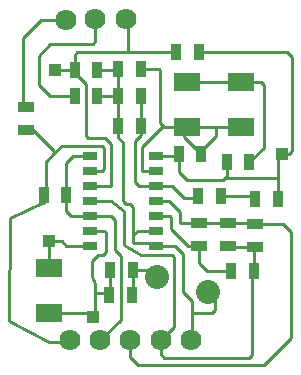
<source format=gtl>
G04 (created by PCBNEW (2013-07-07 BZR 4022)-stable) date 11/16/2014 5:36:46 PM*
%MOIN*%
G04 Gerber Fmt 3.4, Leading zero omitted, Abs format*
%FSLAX34Y34*%
G01*
G70*
G90*
G04 APERTURE LIST*
%ADD10C,0.00590551*%
%ADD11R,0.05X0.025*%
%ADD12R,0.035X0.055*%
%ADD13R,0.055X0.035*%
%ADD14R,0.0393701X0.0393701*%
%ADD15R,0.0866X0.063*%
%ADD16C,0.0700787*%
%ADD17C,0.08*%
%ADD18C,0.01*%
G04 APERTURE END LIST*
G54D10*
G54D11*
X16700Y-14300D03*
X16700Y-13800D03*
X16700Y-13300D03*
X16700Y-12800D03*
X16700Y-12300D03*
X16700Y-11800D03*
X16700Y-11300D03*
X14500Y-11300D03*
X14500Y-11800D03*
X14500Y-12300D03*
X14500Y-12800D03*
X14500Y-13300D03*
X14500Y-13800D03*
X14500Y-14300D03*
G54D12*
X17385Y-7850D03*
X18135Y-7850D03*
X13725Y-12600D03*
X12975Y-12600D03*
G54D13*
X20000Y-13575D03*
X20000Y-14325D03*
X19100Y-13550D03*
X19100Y-14300D03*
G54D12*
X15145Y-15940D03*
X15895Y-15940D03*
X15180Y-15115D03*
X15930Y-15115D03*
X14745Y-8440D03*
X13995Y-8440D03*
X18875Y-12650D03*
X18125Y-12650D03*
X20775Y-12750D03*
X20025Y-12750D03*
X14745Y-9320D03*
X13995Y-9320D03*
G54D13*
X12390Y-9675D03*
X12390Y-10425D03*
G54D12*
X17475Y-11250D03*
X18225Y-11250D03*
X19075Y-11500D03*
X19825Y-11500D03*
X16205Y-10310D03*
X15455Y-10310D03*
X16205Y-8410D03*
X15455Y-8410D03*
X16205Y-9310D03*
X15455Y-9310D03*
X19225Y-15150D03*
X19975Y-15150D03*
G54D13*
X18150Y-13550D03*
X18150Y-14300D03*
G54D14*
X20900Y-11250D03*
X14625Y-16675D03*
X13350Y-8440D03*
X13160Y-14150D03*
G54D15*
X13140Y-15042D03*
X13140Y-16538D03*
X17750Y-10348D03*
X17750Y-8852D03*
X19550Y-8852D03*
X19550Y-10348D03*
G54D16*
X13860Y-17455D03*
X14853Y-17445D03*
X15857Y-17445D03*
X16861Y-17445D03*
X17865Y-17445D03*
X13700Y-6760D03*
X14693Y-6750D03*
X15697Y-6750D03*
G54D17*
X18450Y-15850D03*
X16750Y-15350D03*
G54D18*
X14693Y-6750D02*
X14693Y-7476D01*
X13170Y-9320D02*
X13995Y-9320D01*
X12800Y-8950D02*
X13170Y-9320D01*
X12800Y-7960D02*
X12800Y-8950D01*
X13190Y-7570D02*
X12800Y-7960D01*
X14600Y-7570D02*
X13190Y-7570D01*
X14693Y-7476D02*
X14600Y-7570D01*
X12290Y-8940D02*
X12290Y-9575D01*
X12290Y-8940D02*
X12290Y-7360D01*
X12290Y-7360D02*
X12890Y-6760D01*
X13700Y-6760D02*
X12890Y-6760D01*
X12290Y-9575D02*
X12390Y-9675D01*
X15180Y-15115D02*
X15180Y-15905D01*
X15180Y-15905D02*
X15145Y-15940D01*
X14673Y-15875D02*
X15080Y-15875D01*
X15080Y-15875D02*
X15145Y-15940D01*
X14575Y-15317D02*
X14575Y-14795D01*
X14990Y-13800D02*
X14500Y-13800D01*
X15045Y-13855D02*
X14990Y-13800D01*
X15045Y-14495D02*
X15045Y-13855D01*
X14940Y-14600D02*
X15045Y-14495D01*
X14770Y-14600D02*
X14940Y-14600D01*
X14575Y-14795D02*
X14770Y-14600D01*
X13140Y-16538D02*
X14488Y-16538D01*
X14488Y-16538D02*
X14625Y-16675D01*
X14673Y-16627D02*
X14625Y-16675D01*
X14673Y-15583D02*
X14673Y-15875D01*
X14673Y-15875D02*
X14673Y-16627D01*
X14574Y-15315D02*
X14575Y-15317D01*
X14575Y-15317D02*
X14673Y-15583D01*
X14498Y-13802D02*
X14500Y-13800D01*
X13160Y-17520D02*
X13795Y-17520D01*
X13795Y-17520D02*
X13860Y-17455D01*
X13320Y-11220D02*
X13320Y-11130D01*
X12615Y-10425D02*
X12390Y-10425D01*
X13320Y-11130D02*
X12615Y-10425D01*
X12975Y-12600D02*
X12975Y-12845D01*
X11800Y-16820D02*
X13160Y-17520D01*
X13160Y-17520D02*
X13160Y-17520D01*
X11860Y-13380D02*
X11800Y-16820D01*
X12975Y-12845D02*
X11860Y-13380D01*
X14500Y-11800D02*
X14920Y-11800D01*
X14980Y-11740D02*
X14980Y-11040D01*
X14980Y-11040D02*
X14900Y-10960D01*
X14900Y-10960D02*
X13580Y-10960D01*
X13580Y-10960D02*
X13320Y-11220D01*
X13320Y-11220D02*
X13040Y-11500D01*
X13040Y-11500D02*
X13040Y-11920D01*
X14920Y-11800D02*
X14980Y-11740D01*
X13040Y-11920D02*
X13040Y-12535D01*
X13040Y-12535D02*
X12975Y-12600D01*
X13040Y-11920D02*
X13040Y-12020D01*
X12975Y-12600D02*
X12975Y-12865D01*
X14475Y-11825D02*
X14500Y-11800D01*
X19550Y-8852D02*
X20202Y-8852D01*
X20300Y-11025D02*
X19825Y-11500D01*
X20300Y-8950D02*
X20300Y-11025D01*
X20202Y-8852D02*
X20300Y-8950D01*
X17650Y-8852D02*
X19550Y-8852D01*
X21100Y-17460D02*
X21200Y-17360D01*
X20950Y-13575D02*
X21200Y-13825D01*
X21200Y-13825D02*
X21200Y-17205D01*
X20950Y-13575D02*
X20000Y-13575D01*
X21200Y-17360D02*
X21200Y-17205D01*
X15857Y-17445D02*
X15857Y-18017D01*
X20300Y-18260D02*
X21100Y-17460D01*
X21100Y-17460D02*
X21120Y-17440D01*
X16100Y-18260D02*
X20300Y-18260D01*
X15857Y-18017D02*
X16100Y-18260D01*
X19100Y-13550D02*
X19975Y-13550D01*
X19975Y-13550D02*
X20000Y-13575D01*
X18150Y-13550D02*
X19100Y-13550D01*
X16700Y-12800D02*
X17150Y-12800D01*
X17550Y-13550D02*
X18150Y-13550D01*
X17525Y-13525D02*
X17550Y-13550D01*
X17525Y-13175D02*
X17525Y-13525D01*
X17150Y-12800D02*
X17525Y-13175D01*
X15600Y-11700D02*
X15600Y-10850D01*
X15455Y-10705D02*
X15455Y-10310D01*
X15600Y-10850D02*
X15455Y-10705D01*
X15930Y-15115D02*
X16515Y-15115D01*
X18687Y-16037D02*
X18500Y-15850D01*
X18687Y-16037D02*
X18687Y-16437D01*
X18450Y-15850D02*
X18500Y-15850D01*
X16515Y-15115D02*
X16750Y-15350D01*
X18690Y-16435D02*
X18687Y-16437D01*
X18687Y-16437D02*
X18570Y-16555D01*
X18570Y-16555D02*
X17905Y-16555D01*
X15930Y-15115D02*
X15930Y-15905D01*
X15930Y-15905D02*
X15895Y-15940D01*
X16700Y-14300D02*
X17340Y-14300D01*
X17905Y-16130D02*
X17905Y-16555D01*
X17605Y-15830D02*
X17905Y-16130D01*
X17605Y-14565D02*
X17605Y-15830D01*
X17340Y-14300D02*
X17605Y-14565D01*
X17905Y-17406D02*
X17865Y-17445D01*
X17905Y-16555D02*
X17905Y-17406D01*
X15305Y-10160D02*
X15455Y-10310D01*
X14745Y-9320D02*
X15445Y-9320D01*
X15445Y-9320D02*
X15455Y-9310D01*
X14745Y-8440D02*
X15425Y-8440D01*
X15425Y-8440D02*
X15455Y-8410D01*
X16700Y-13800D02*
X16100Y-13800D01*
X16100Y-13800D02*
X15950Y-13950D01*
X15405Y-9360D02*
X15455Y-9310D01*
X15455Y-9310D02*
X15455Y-10310D01*
X15455Y-8410D02*
X15455Y-9310D01*
X16650Y-14200D02*
X16100Y-14200D01*
X16100Y-14200D02*
X15950Y-14200D01*
X15950Y-14200D02*
X15950Y-13950D01*
X15950Y-13950D02*
X15950Y-13000D01*
X15950Y-13000D02*
X15850Y-12900D01*
X15850Y-12900D02*
X15700Y-12900D01*
X15700Y-12900D02*
X15600Y-12800D01*
X15600Y-12800D02*
X15600Y-11700D01*
X15600Y-11700D02*
X15600Y-11640D01*
X15600Y-11640D02*
X15600Y-11550D01*
X18875Y-12650D02*
X19925Y-12650D01*
X19925Y-12650D02*
X20025Y-12750D01*
X13160Y-14150D02*
X13160Y-15022D01*
X13160Y-15022D02*
X13140Y-15042D01*
X14500Y-14300D02*
X13720Y-14300D01*
X13570Y-14150D02*
X13160Y-14150D01*
X13720Y-14300D02*
X13570Y-14150D01*
X18150Y-14300D02*
X17775Y-14300D01*
X17175Y-13300D02*
X16700Y-13300D01*
X17200Y-13325D02*
X17175Y-13300D01*
X17200Y-13725D02*
X17200Y-13325D01*
X17775Y-14300D02*
X17200Y-13725D01*
X19225Y-15150D02*
X18425Y-15150D01*
X18150Y-14875D02*
X18150Y-14300D01*
X18425Y-15150D02*
X18150Y-14875D01*
X19100Y-14975D02*
X19275Y-15150D01*
X16205Y-10310D02*
X16205Y-10595D01*
X16140Y-12300D02*
X16700Y-12300D01*
X16000Y-12160D02*
X16140Y-12300D01*
X16000Y-10800D02*
X16000Y-12160D01*
X16205Y-10595D02*
X16000Y-10800D01*
X16700Y-12300D02*
X17250Y-12300D01*
X17250Y-12300D02*
X17650Y-12700D01*
X17650Y-12700D02*
X18075Y-12700D01*
X18075Y-12700D02*
X18125Y-12650D01*
X16205Y-9310D02*
X16205Y-10310D01*
X16850Y-8760D02*
X16850Y-8450D01*
X16810Y-8410D02*
X16205Y-8410D01*
X16850Y-8450D02*
X16810Y-8410D01*
X16700Y-11800D02*
X16250Y-11800D01*
X16250Y-11000D02*
X16950Y-10300D01*
X16250Y-11800D02*
X16250Y-11000D01*
X16850Y-9050D02*
X16850Y-10200D01*
X17048Y-10348D02*
X17750Y-10348D01*
X16998Y-10348D02*
X17048Y-10348D01*
X16850Y-10200D02*
X16950Y-10300D01*
X16950Y-10300D02*
X16998Y-10348D01*
X18225Y-11250D02*
X18225Y-11125D01*
X18700Y-10650D02*
X18700Y-10348D01*
X18225Y-11125D02*
X18700Y-10650D01*
X16850Y-9100D02*
X16850Y-9050D01*
X16850Y-9050D02*
X16850Y-8760D01*
X16850Y-8760D02*
X16850Y-8650D01*
X16850Y-8950D02*
X16850Y-9100D01*
X17650Y-10348D02*
X18700Y-10348D01*
X18700Y-10348D02*
X19550Y-10348D01*
X17650Y-10348D02*
X17650Y-10675D01*
X17650Y-10675D02*
X18225Y-11250D01*
X17402Y-10348D02*
X17650Y-10348D01*
X18135Y-7850D02*
X21080Y-7850D01*
X21250Y-8350D02*
X21250Y-10900D01*
X21250Y-8300D02*
X21250Y-8350D01*
X21250Y-8020D02*
X21250Y-8300D01*
X21080Y-7850D02*
X21250Y-8020D01*
X20775Y-12750D02*
X20775Y-12075D01*
X20775Y-12075D02*
X20725Y-12025D01*
X16700Y-11300D02*
X17425Y-11300D01*
X17425Y-11300D02*
X17475Y-11250D01*
X19025Y-12025D02*
X20725Y-12025D01*
X20725Y-12025D02*
X20775Y-12025D01*
X20775Y-12025D02*
X20775Y-11375D01*
X20775Y-11375D02*
X20900Y-11250D01*
X20900Y-11250D02*
X21150Y-11250D01*
X21250Y-11150D02*
X21250Y-10950D01*
X21150Y-11250D02*
X21250Y-11150D01*
X17475Y-11250D02*
X17475Y-11825D01*
X19075Y-11975D02*
X19075Y-11500D01*
X18950Y-12100D02*
X19025Y-12025D01*
X19025Y-12025D02*
X19075Y-11975D01*
X17750Y-12100D02*
X18950Y-12100D01*
X17475Y-11825D02*
X17750Y-12100D01*
X17375Y-11150D02*
X17475Y-11250D01*
X15770Y-7850D02*
X15770Y-6822D01*
X15770Y-6822D02*
X15697Y-6750D01*
X13995Y-8440D02*
X13995Y-7945D01*
X14090Y-7850D02*
X15770Y-7850D01*
X15770Y-7850D02*
X17385Y-7850D01*
X13995Y-7945D02*
X14090Y-7850D01*
X13995Y-8440D02*
X13350Y-8440D01*
X14380Y-10020D02*
X14380Y-8920D01*
X13995Y-8535D02*
X13995Y-8440D01*
X14380Y-8920D02*
X13995Y-8535D01*
X14500Y-12300D02*
X15200Y-12300D01*
X14380Y-10640D02*
X14380Y-10020D01*
X14380Y-10020D02*
X14380Y-9880D01*
X14460Y-10720D02*
X14380Y-10640D01*
X15020Y-10720D02*
X14460Y-10720D01*
X15220Y-10920D02*
X15020Y-10720D01*
X15220Y-12280D02*
X15220Y-10920D01*
X15200Y-12300D02*
X15220Y-12280D01*
X16861Y-17445D02*
X16861Y-17921D01*
X19926Y-17948D02*
X19926Y-17475D01*
X19926Y-17475D02*
X19926Y-15198D01*
X19926Y-15198D02*
X19975Y-15150D01*
X19825Y-18050D02*
X19926Y-17948D01*
X16990Y-18050D02*
X19825Y-18050D01*
X16861Y-17921D02*
X16990Y-18050D01*
X16980Y-14620D02*
X17245Y-14620D01*
X17245Y-14620D02*
X17310Y-14685D01*
X17310Y-14685D02*
X17310Y-17000D01*
X17310Y-17000D02*
X16864Y-17445D01*
X16864Y-17445D02*
X16861Y-17445D01*
X16205Y-14620D02*
X16980Y-14620D01*
X20000Y-14325D02*
X19125Y-14325D01*
X19125Y-14325D02*
X19100Y-14300D01*
X19975Y-15150D02*
X19975Y-14350D01*
X19975Y-14350D02*
X20000Y-14325D01*
X15225Y-12800D02*
X15650Y-13125D01*
X15650Y-13125D02*
X15650Y-14275D01*
X15650Y-14275D02*
X16205Y-14620D01*
X16205Y-14620D02*
X16180Y-14595D01*
X14500Y-12800D02*
X15225Y-12800D01*
X15340Y-14355D02*
X15340Y-14435D01*
X14854Y-17445D02*
X14853Y-17445D01*
X15535Y-16765D02*
X14854Y-17445D01*
X15535Y-14630D02*
X15535Y-16765D01*
X15340Y-14435D02*
X15535Y-14630D01*
X15210Y-13300D02*
X14500Y-13300D01*
X15340Y-13430D02*
X15210Y-13300D01*
X15340Y-14380D02*
X15340Y-14355D01*
X15340Y-14355D02*
X15340Y-13430D01*
X13725Y-12600D02*
X13725Y-13155D01*
X13870Y-13300D02*
X14500Y-13300D01*
X13725Y-13155D02*
X13870Y-13300D01*
X14500Y-11300D02*
X13960Y-11300D01*
X13960Y-11300D02*
X13725Y-11535D01*
X13725Y-11535D02*
X13725Y-12600D01*
M02*

</source>
